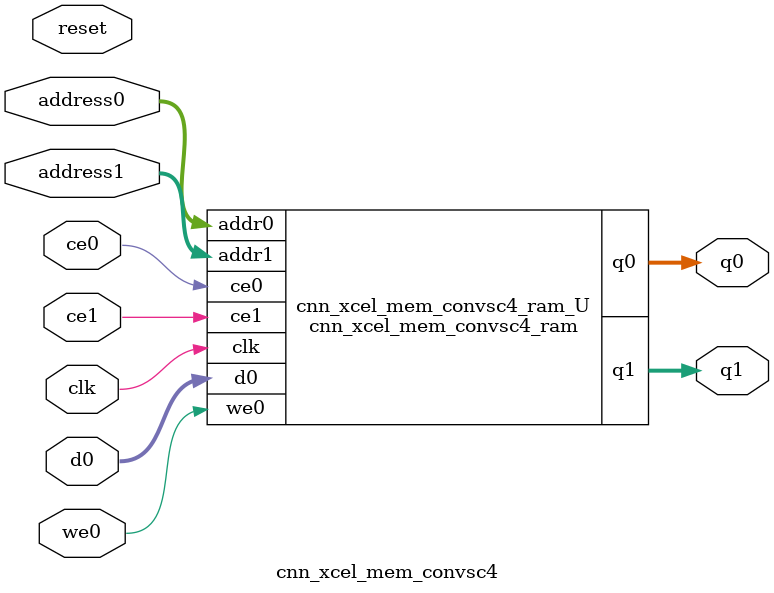
<source format=v>

`timescale 1 ns / 1 ps
module cnn_xcel_mem_convsc4_ram (addr0, ce0, d0, we0, q0, addr1, ce1, q1,  clk);

parameter DWIDTH = 13;
parameter AWIDTH = 9;
parameter MEM_SIZE = 266;

input[AWIDTH-1:0] addr0;
input ce0;
input[DWIDTH-1:0] d0;
input we0;
output reg[DWIDTH-1:0] q0;
input[AWIDTH-1:0] addr1;
input ce1;
output reg[DWIDTH-1:0] q1;
input clk;

(* ram_style = "block" *)reg [DWIDTH-1:0] ram[0:MEM_SIZE-1];




always @(posedge clk)  
begin 
    if (ce0) 
    begin
        if (we0) 
        begin 
            ram[addr0] <= d0; 
            q0 <= d0;
        end 
        else 
            q0 <= ram[addr0];
    end
end


always @(posedge clk)  
begin 
    if (ce1) 
    begin
            q1 <= ram[addr1];
    end
end


endmodule


`timescale 1 ns / 1 ps
module cnn_xcel_mem_convsc4(
    reset,
    clk,
    address0,
    ce0,
    we0,
    d0,
    q0,
    address1,
    ce1,
    q1);

parameter DataWidth = 32'd13;
parameter AddressRange = 32'd266;
parameter AddressWidth = 32'd9;
input reset;
input clk;
input[AddressWidth - 1:0] address0;
input ce0;
input we0;
input[DataWidth - 1:0] d0;
output[DataWidth - 1:0] q0;
input[AddressWidth - 1:0] address1;
input ce1;
output[DataWidth - 1:0] q1;



cnn_xcel_mem_convsc4_ram cnn_xcel_mem_convsc4_ram_U(
    .clk( clk ),
    .addr0( address0 ),
    .ce0( ce0 ),
    .d0( d0 ),
    .we0( we0 ),
    .q0( q0 ),
    .addr1( address1 ),
    .ce1( ce1 ),
    .q1( q1 ));

endmodule


</source>
